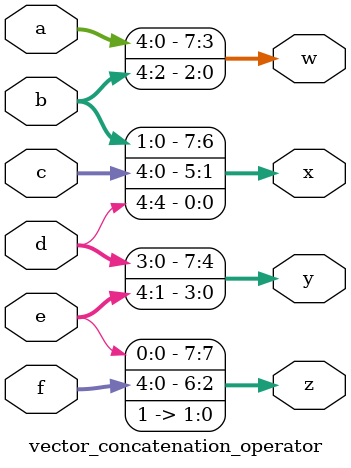
<source format=v>
module vector_concatenation_operator (
    input [4:0] a, b, c, d, e, f,
    output [7:0] w, x, y, z 
);
    assign w = {a,b[4:2]};
    assign x = {b[1:0],c,d[4]};
    assign y = {d[3:0],e[4:1]};
    assign z ={e[0],f,2'b11};
endmodule


</source>
